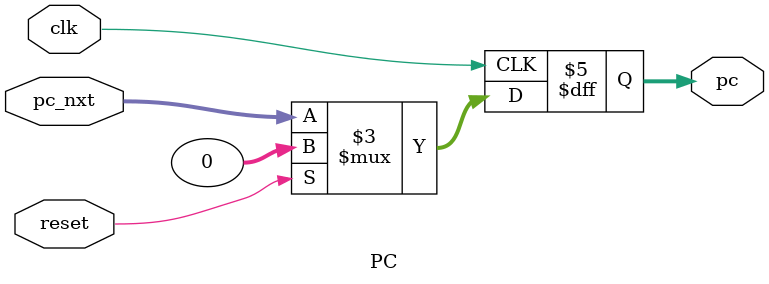
<source format=v>
`timescale 1ns / 1ps


module PC(
    input [31:0] pc_nxt,
    input clk, reset,
    output reg [31:0] pc
    );
    
    always @(posedge clk)
    if (reset) pc <= 0;
    else       pc <= pc_nxt;
    
endmodule

</source>
